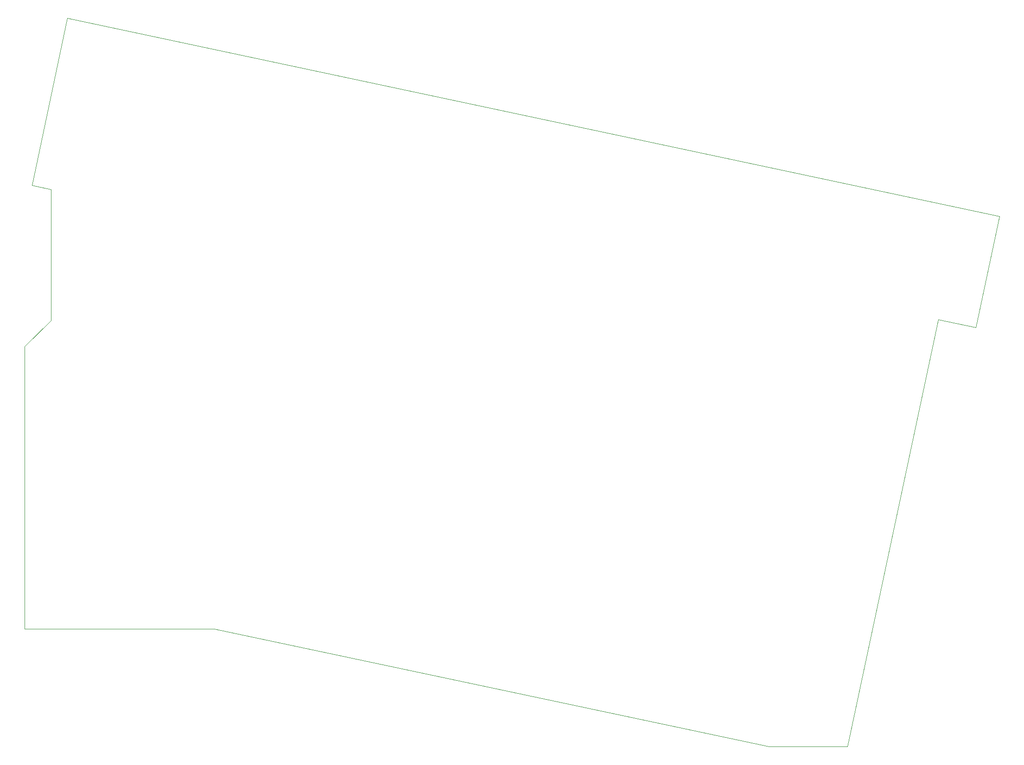
<source format=gm1>
G04 #@! TF.GenerationSoftware,KiCad,Pcbnew,(5.1.5-0-10_14)*
G04 #@! TF.CreationDate,2020-05-14T06:03:50+09:00*
G04 #@! TF.ProjectId,Colice,436f6c69-6365-42e6-9b69-6361645f7063,rev?*
G04 #@! TF.SameCoordinates,Original*
G04 #@! TF.FileFunction,Profile,NP*
%FSLAX46Y46*%
G04 Gerber Fmt 4.6, Leading zero omitted, Abs format (unit mm)*
G04 Created by KiCad (PCBNEW (5.1.5-0-10_14)) date 2020-05-14 06:03:50*
%MOMM*%
%LPD*%
G04 APERTURE LIST*
%ADD10C,0.050000*%
G04 APERTURE END LIST*
D10*
X98806000Y-49974500D02*
X102298500Y-50736500D01*
X105282238Y-19445321D02*
X98806000Y-49974500D01*
X102298500Y-50736500D02*
X102296005Y-74700354D01*
X275549244Y-55640477D02*
X105282238Y-19445321D01*
X271220951Y-76003493D02*
X275549244Y-55640477D01*
X264386182Y-74549906D02*
X271220951Y-76003493D01*
X247791606Y-152621246D02*
X264386182Y-74549906D01*
X233455410Y-152621380D02*
X247791606Y-152621246D01*
X132127049Y-131083372D02*
X233455410Y-152621380D01*
X97468789Y-131082899D02*
X132127049Y-131083372D01*
X97468708Y-79467725D02*
X97468789Y-131082899D01*
X102296005Y-74700354D02*
X97468708Y-79467725D01*
M02*

</source>
